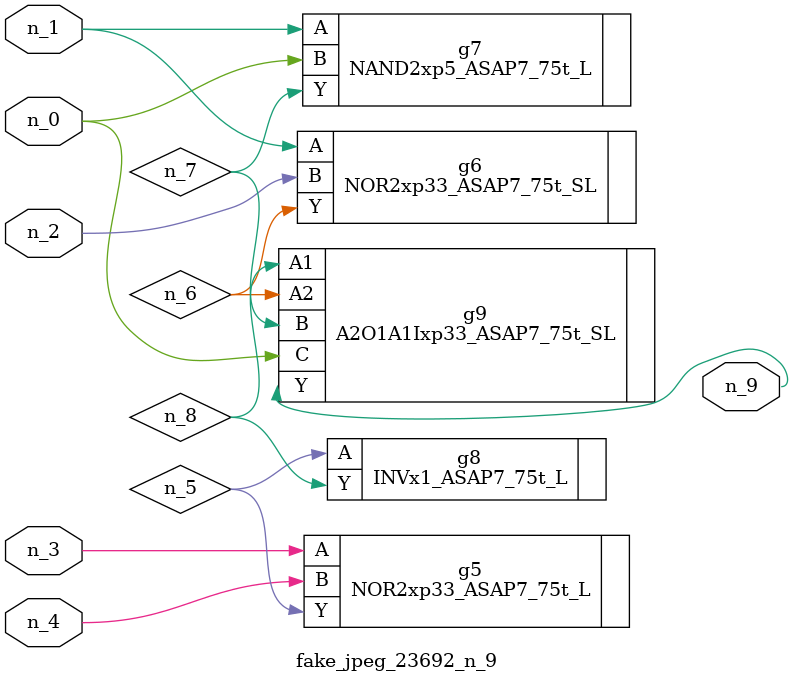
<source format=v>
module fake_jpeg_23692_n_9 (n_3, n_2, n_1, n_0, n_4, n_9);

input n_3;
input n_2;
input n_1;
input n_0;
input n_4;

output n_9;

wire n_8;
wire n_6;
wire n_5;
wire n_7;

NOR2xp33_ASAP7_75t_L g5 ( 
.A(n_3),
.B(n_4),
.Y(n_5)
);

NOR2xp33_ASAP7_75t_SL g6 ( 
.A(n_1),
.B(n_2),
.Y(n_6)
);

NAND2xp5_ASAP7_75t_L g7 ( 
.A(n_1),
.B(n_0),
.Y(n_7)
);

INVx1_ASAP7_75t_L g8 ( 
.A(n_5),
.Y(n_8)
);

A2O1A1Ixp33_ASAP7_75t_SL g9 ( 
.A1(n_8),
.A2(n_6),
.B(n_7),
.C(n_0),
.Y(n_9)
);


endmodule
</source>
